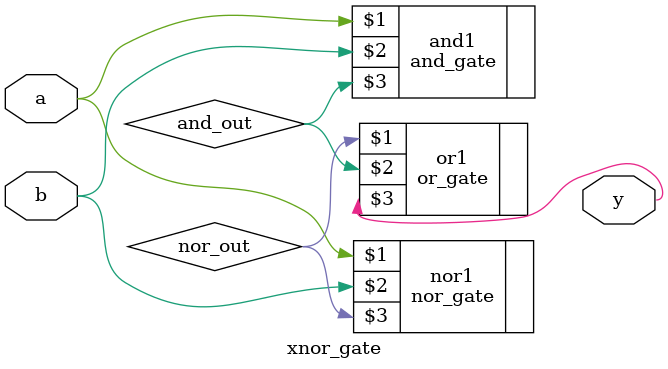
<source format=v>
`timescale 1ns / 1ps

module xnor_gate (
  input wire a, // 入力A
  input wire b, // 入力B
  output wire y // 出力Y = A XNOR B
);
  wire nor_out;
  wire and_out;

  nor_gate nor1 (a, b, nor_out);
  and_gate and1 (a, b, and_out);
  or_gate or1 (nor_out, and_out, y);
endmodule
</source>
